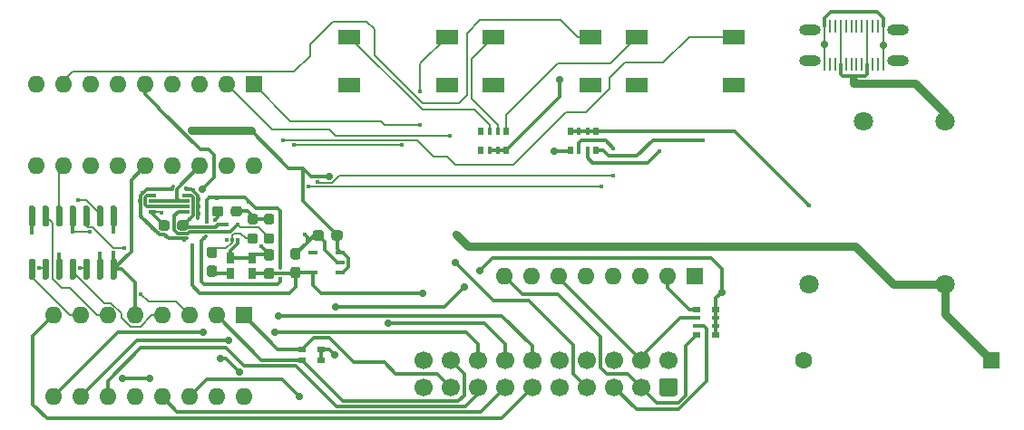
<source format=gtl>
G04 #@! TF.GenerationSoftware,KiCad,Pcbnew,(5.1.7)-1*
G04 #@! TF.CreationDate,2021-11-14T21:58:52-06:00*
G04 #@! TF.ProjectId,PIC-nixie,5049432d-6e69-4786-9965-2e6b69636164,rev?*
G04 #@! TF.SameCoordinates,Original*
G04 #@! TF.FileFunction,Copper,L1,Top*
G04 #@! TF.FilePolarity,Positive*
%FSLAX46Y46*%
G04 Gerber Fmt 4.6, Leading zero omitted, Abs format (unit mm)*
G04 Created by KiCad (PCBNEW (5.1.7)-1) date 2021-11-14 21:58:52*
%MOMM*%
%LPD*%
G01*
G04 APERTURE LIST*
G04 #@! TA.AperFunction,SMDPad,CuDef*
%ADD10R,0.500000X0.800000*%
G04 #@! TD*
G04 #@! TA.AperFunction,SMDPad,CuDef*
%ADD11R,0.400000X0.800000*%
G04 #@! TD*
G04 #@! TA.AperFunction,ComponentPad*
%ADD12R,1.600200X1.600200*%
G04 #@! TD*
G04 #@! TA.AperFunction,ComponentPad*
%ADD13C,1.600200*%
G04 #@! TD*
G04 #@! TA.AperFunction,SMDPad,CuDef*
%ADD14R,0.927100X0.431800*%
G04 #@! TD*
G04 #@! TA.AperFunction,ComponentPad*
%ADD15O,2.000000X1.000000*%
G04 #@! TD*
G04 #@! TA.AperFunction,SMDPad,CuDef*
%ADD16R,0.270000X1.300000*%
G04 #@! TD*
G04 #@! TA.AperFunction,ComponentPad*
%ADD17R,1.600000X1.600000*%
G04 #@! TD*
G04 #@! TA.AperFunction,ComponentPad*
%ADD18O,1.600000X1.600000*%
G04 #@! TD*
G04 #@! TA.AperFunction,ComponentPad*
%ADD19C,1.700000*%
G04 #@! TD*
G04 #@! TA.AperFunction,SMDPad,CuDef*
%ADD20R,0.800000X0.300000*%
G04 #@! TD*
G04 #@! TA.AperFunction,SMDPad,CuDef*
%ADD21R,0.300000X0.450000*%
G04 #@! TD*
G04 #@! TA.AperFunction,SMDPad,CuDef*
%ADD22R,0.800000X1.000000*%
G04 #@! TD*
G04 #@! TA.AperFunction,SMDPad,CuDef*
%ADD23R,2.100000X1.400000*%
G04 #@! TD*
G04 #@! TA.AperFunction,SMDPad,CuDef*
%ADD24R,0.800000X0.500000*%
G04 #@! TD*
G04 #@! TA.AperFunction,SMDPad,CuDef*
%ADD25R,0.800000X0.400000*%
G04 #@! TD*
G04 #@! TA.AperFunction,ComponentPad*
%ADD26C,1.800000*%
G04 #@! TD*
G04 #@! TA.AperFunction,ViaPad*
%ADD27C,0.400000*%
G04 #@! TD*
G04 #@! TA.AperFunction,ViaPad*
%ADD28C,0.700000*%
G04 #@! TD*
G04 #@! TA.AperFunction,Conductor*
%ADD29C,0.300000*%
G04 #@! TD*
G04 #@! TA.AperFunction,Conductor*
%ADD30C,0.150000*%
G04 #@! TD*
G04 #@! TA.AperFunction,Conductor*
%ADD31C,0.750000*%
G04 #@! TD*
G04 APERTURE END LIST*
D10*
X152280000Y-96540000D03*
D11*
X153080000Y-96540000D03*
D10*
X154680000Y-96540000D03*
D11*
X153880000Y-96540000D03*
D10*
X152280000Y-98340000D03*
D11*
X153880000Y-98340000D03*
X153080000Y-98340000D03*
D10*
X154680000Y-98340000D03*
D12*
X191580000Y-117966000D03*
D13*
X174080000Y-117966000D03*
D14*
X128210950Y-109800001D03*
X128210950Y-107899999D03*
X130789050Y-107899999D03*
X130789050Y-108850000D03*
X130789050Y-109800001D03*
D15*
X174650000Y-87064000D03*
X182850000Y-87064000D03*
X174650000Y-90004000D03*
X182850000Y-90004000D03*
D16*
X178500000Y-86784000D03*
X178000000Y-86784000D03*
X177500000Y-86784000D03*
X177000000Y-86784000D03*
X176500000Y-86784000D03*
X176000000Y-86784000D03*
X181500000Y-86784000D03*
X181000000Y-86784000D03*
X180500000Y-86784000D03*
X180000000Y-86784000D03*
X179500000Y-86784000D03*
X179000000Y-86784000D03*
X176000000Y-90284000D03*
X176500000Y-90284000D03*
X177000000Y-90284000D03*
X177500000Y-90284000D03*
X178000000Y-90284000D03*
X178500000Y-90284000D03*
X179000000Y-90284000D03*
X180000000Y-90284000D03*
X179500000Y-90284000D03*
X180500000Y-90284000D03*
X181000000Y-90284000D03*
X181500000Y-90284000D03*
D17*
X121800000Y-113775000D03*
D18*
X104020000Y-121395000D03*
X119260000Y-113775000D03*
X106560000Y-121395000D03*
X116720000Y-113775000D03*
X109100000Y-121395000D03*
X114180000Y-113775000D03*
X111640000Y-121395000D03*
X111640000Y-113775000D03*
X114180000Y-121395000D03*
X109100000Y-113775000D03*
X116720000Y-121395000D03*
X106560000Y-113775000D03*
X119260000Y-121395000D03*
X104020000Y-113775000D03*
X121800000Y-121395000D03*
G04 #@! TA.AperFunction,ComponentPad*
G36*
G01*
X162030000Y-121350000D02*
X160830000Y-121350000D01*
G75*
G02*
X160580000Y-121100000I0J250000D01*
G01*
X160580000Y-119900000D01*
G75*
G02*
X160830000Y-119650000I250000J0D01*
G01*
X162030000Y-119650000D01*
G75*
G02*
X162280000Y-119900000I0J-250000D01*
G01*
X162280000Y-121100000D01*
G75*
G02*
X162030000Y-121350000I-250000J0D01*
G01*
G37*
G04 #@! TD.AperFunction*
D19*
X158890000Y-120500000D03*
X156350000Y-120500000D03*
X153810000Y-120500000D03*
X151270000Y-120500000D03*
X148730000Y-120500000D03*
X146190000Y-120500000D03*
X143650000Y-120500000D03*
X141110000Y-120500000D03*
X138570000Y-120500000D03*
X161430000Y-117960000D03*
X158890000Y-117960000D03*
X156350000Y-117960000D03*
X153810000Y-117960000D03*
X151270000Y-117960000D03*
X148730000Y-117960000D03*
X146190000Y-117960000D03*
X143650000Y-117960000D03*
X141110000Y-117960000D03*
X138570000Y-117960000D03*
D20*
X113275000Y-102595000D03*
X113275000Y-103095000D03*
X113275000Y-103595000D03*
X113275000Y-104095000D03*
X116375000Y-104095000D03*
X116375000Y-103595000D03*
X116375000Y-103095000D03*
X116375000Y-102595000D03*
D21*
X121200000Y-105321000D03*
X120700000Y-106721000D03*
X120200000Y-105321000D03*
X121200000Y-106721000D03*
X120200000Y-106721000D03*
D22*
X122615000Y-108439000D03*
X120515000Y-108439000D03*
X120515000Y-109839000D03*
X122615000Y-109839000D03*
G04 #@! TA.AperFunction,SMDPad,CuDef*
G36*
G01*
X122868500Y-107086500D02*
X122393500Y-107086500D01*
G75*
G02*
X122156000Y-106849000I0J237500D01*
G01*
X122156000Y-106349000D01*
G75*
G02*
X122393500Y-106111500I237500J0D01*
G01*
X122868500Y-106111500D01*
G75*
G02*
X123106000Y-106349000I0J-237500D01*
G01*
X123106000Y-106849000D01*
G75*
G02*
X122868500Y-107086500I-237500J0D01*
G01*
G37*
G04 #@! TD.AperFunction*
G04 #@! TA.AperFunction,SMDPad,CuDef*
G36*
G01*
X122868500Y-105261500D02*
X122393500Y-105261500D01*
G75*
G02*
X122156000Y-105024000I0J237500D01*
G01*
X122156000Y-104524000D01*
G75*
G02*
X122393500Y-104286500I237500J0D01*
G01*
X122868500Y-104286500D01*
G75*
G02*
X123106000Y-104524000I0J-237500D01*
G01*
X123106000Y-105024000D01*
G75*
G02*
X122868500Y-105261500I-237500J0D01*
G01*
G37*
G04 #@! TD.AperFunction*
G04 #@! TA.AperFunction,SMDPad,CuDef*
G36*
G01*
X124392500Y-107086500D02*
X123917500Y-107086500D01*
G75*
G02*
X123680000Y-106849000I0J237500D01*
G01*
X123680000Y-106349000D01*
G75*
G02*
X123917500Y-106111500I237500J0D01*
G01*
X124392500Y-106111500D01*
G75*
G02*
X124630000Y-106349000I0J-237500D01*
G01*
X124630000Y-106849000D01*
G75*
G02*
X124392500Y-107086500I-237500J0D01*
G01*
G37*
G04 #@! TD.AperFunction*
G04 #@! TA.AperFunction,SMDPad,CuDef*
G36*
G01*
X124392500Y-105261500D02*
X123917500Y-105261500D01*
G75*
G02*
X123680000Y-105024000I0J237500D01*
G01*
X123680000Y-104524000D01*
G75*
G02*
X123917500Y-104286500I237500J0D01*
G01*
X124392500Y-104286500D01*
G75*
G02*
X124630000Y-104524000I0J-237500D01*
G01*
X124630000Y-105024000D01*
G75*
G02*
X124392500Y-105261500I-237500J0D01*
G01*
G37*
G04 #@! TD.AperFunction*
G04 #@! TA.AperFunction,SMDPad,CuDef*
G36*
G01*
X114868000Y-105143500D02*
X114868000Y-105618500D01*
G75*
G02*
X114630500Y-105856000I-237500J0D01*
G01*
X114055500Y-105856000D01*
G75*
G02*
X113818000Y-105618500I0J237500D01*
G01*
X113818000Y-105143500D01*
G75*
G02*
X114055500Y-104906000I237500J0D01*
G01*
X114630500Y-104906000D01*
G75*
G02*
X114868000Y-105143500I0J-237500D01*
G01*
G37*
G04 #@! TD.AperFunction*
G04 #@! TA.AperFunction,SMDPad,CuDef*
G36*
G01*
X116618000Y-105143500D02*
X116618000Y-105618500D01*
G75*
G02*
X116380500Y-105856000I-237500J0D01*
G01*
X115805500Y-105856000D01*
G75*
G02*
X115568000Y-105618500I0J237500D01*
G01*
X115568000Y-105143500D01*
G75*
G02*
X115805500Y-104906000I237500J0D01*
G01*
X116380500Y-104906000D01*
G75*
G02*
X116618000Y-105143500I0J-237500D01*
G01*
G37*
G04 #@! TD.AperFunction*
G04 #@! TA.AperFunction,SMDPad,CuDef*
G36*
G01*
X124392500Y-110398000D02*
X123917500Y-110398000D01*
G75*
G02*
X123680000Y-110160500I0J237500D01*
G01*
X123680000Y-109585500D01*
G75*
G02*
X123917500Y-109348000I237500J0D01*
G01*
X124392500Y-109348000D01*
G75*
G02*
X124630000Y-109585500I0J-237500D01*
G01*
X124630000Y-110160500D01*
G75*
G02*
X124392500Y-110398000I-237500J0D01*
G01*
G37*
G04 #@! TD.AperFunction*
G04 #@! TA.AperFunction,SMDPad,CuDef*
G36*
G01*
X124392500Y-108648000D02*
X123917500Y-108648000D01*
G75*
G02*
X123680000Y-108410500I0J237500D01*
G01*
X123680000Y-107835500D01*
G75*
G02*
X123917500Y-107598000I237500J0D01*
G01*
X124392500Y-107598000D01*
G75*
G02*
X124630000Y-107835500I0J-237500D01*
G01*
X124630000Y-108410500D01*
G75*
G02*
X124392500Y-108648000I-237500J0D01*
G01*
G37*
G04 #@! TD.AperFunction*
G04 #@! TA.AperFunction,SMDPad,CuDef*
G36*
G01*
X118832000Y-104296500D02*
X118832000Y-103821500D01*
G75*
G02*
X119069500Y-103584000I237500J0D01*
G01*
X119644500Y-103584000D01*
G75*
G02*
X119882000Y-103821500I0J-237500D01*
G01*
X119882000Y-104296500D01*
G75*
G02*
X119644500Y-104534000I-237500J0D01*
G01*
X119069500Y-104534000D01*
G75*
G02*
X118832000Y-104296500I0J237500D01*
G01*
G37*
G04 #@! TD.AperFunction*
G04 #@! TA.AperFunction,SMDPad,CuDef*
G36*
G01*
X120582000Y-104296500D02*
X120582000Y-103821500D01*
G75*
G02*
X120819500Y-103584000I237500J0D01*
G01*
X121394500Y-103584000D01*
G75*
G02*
X121632000Y-103821500I0J-237500D01*
G01*
X121632000Y-104296500D01*
G75*
G02*
X121394500Y-104534000I-237500J0D01*
G01*
X120819500Y-104534000D01*
G75*
G02*
X120582000Y-104296500I0J237500D01*
G01*
G37*
G04 #@! TD.AperFunction*
G04 #@! TA.AperFunction,SMDPad,CuDef*
G36*
G01*
X119058500Y-110172000D02*
X118583500Y-110172000D01*
G75*
G02*
X118346000Y-109934500I0J237500D01*
G01*
X118346000Y-109359500D01*
G75*
G02*
X118583500Y-109122000I237500J0D01*
G01*
X119058500Y-109122000D01*
G75*
G02*
X119296000Y-109359500I0J-237500D01*
G01*
X119296000Y-109934500D01*
G75*
G02*
X119058500Y-110172000I-237500J0D01*
G01*
G37*
G04 #@! TD.AperFunction*
G04 #@! TA.AperFunction,SMDPad,CuDef*
G36*
G01*
X119058500Y-108422000D02*
X118583500Y-108422000D01*
G75*
G02*
X118346000Y-108184500I0J237500D01*
G01*
X118346000Y-107609500D01*
G75*
G02*
X118583500Y-107372000I237500J0D01*
G01*
X119058500Y-107372000D01*
G75*
G02*
X119296000Y-107609500I0J-237500D01*
G01*
X119296000Y-108184500D01*
G75*
G02*
X119058500Y-108422000I-237500J0D01*
G01*
G37*
G04 #@! TD.AperFunction*
G04 #@! TA.AperFunction,SMDPad,CuDef*
G36*
G01*
X109485000Y-108488000D02*
X109785000Y-108488000D01*
G75*
G02*
X109935000Y-108638000I0J-150000D01*
G01*
X109935000Y-110288000D01*
G75*
G02*
X109785000Y-110438000I-150000J0D01*
G01*
X109485000Y-110438000D01*
G75*
G02*
X109335000Y-110288000I0J150000D01*
G01*
X109335000Y-108638000D01*
G75*
G02*
X109485000Y-108488000I150000J0D01*
G01*
G37*
G04 #@! TD.AperFunction*
G04 #@! TA.AperFunction,SMDPad,CuDef*
G36*
G01*
X108215000Y-108488000D02*
X108515000Y-108488000D01*
G75*
G02*
X108665000Y-108638000I0J-150000D01*
G01*
X108665000Y-110288000D01*
G75*
G02*
X108515000Y-110438000I-150000J0D01*
G01*
X108215000Y-110438000D01*
G75*
G02*
X108065000Y-110288000I0J150000D01*
G01*
X108065000Y-108638000D01*
G75*
G02*
X108215000Y-108488000I150000J0D01*
G01*
G37*
G04 #@! TD.AperFunction*
G04 #@! TA.AperFunction,SMDPad,CuDef*
G36*
G01*
X106945000Y-108488000D02*
X107245000Y-108488000D01*
G75*
G02*
X107395000Y-108638000I0J-150000D01*
G01*
X107395000Y-110288000D01*
G75*
G02*
X107245000Y-110438000I-150000J0D01*
G01*
X106945000Y-110438000D01*
G75*
G02*
X106795000Y-110288000I0J150000D01*
G01*
X106795000Y-108638000D01*
G75*
G02*
X106945000Y-108488000I150000J0D01*
G01*
G37*
G04 #@! TD.AperFunction*
G04 #@! TA.AperFunction,SMDPad,CuDef*
G36*
G01*
X105675000Y-108488000D02*
X105975000Y-108488000D01*
G75*
G02*
X106125000Y-108638000I0J-150000D01*
G01*
X106125000Y-110288000D01*
G75*
G02*
X105975000Y-110438000I-150000J0D01*
G01*
X105675000Y-110438000D01*
G75*
G02*
X105525000Y-110288000I0J150000D01*
G01*
X105525000Y-108638000D01*
G75*
G02*
X105675000Y-108488000I150000J0D01*
G01*
G37*
G04 #@! TD.AperFunction*
G04 #@! TA.AperFunction,SMDPad,CuDef*
G36*
G01*
X104405000Y-108488000D02*
X104705000Y-108488000D01*
G75*
G02*
X104855000Y-108638000I0J-150000D01*
G01*
X104855000Y-110288000D01*
G75*
G02*
X104705000Y-110438000I-150000J0D01*
G01*
X104405000Y-110438000D01*
G75*
G02*
X104255000Y-110288000I0J150000D01*
G01*
X104255000Y-108638000D01*
G75*
G02*
X104405000Y-108488000I150000J0D01*
G01*
G37*
G04 #@! TD.AperFunction*
G04 #@! TA.AperFunction,SMDPad,CuDef*
G36*
G01*
X103135000Y-108488000D02*
X103435000Y-108488000D01*
G75*
G02*
X103585000Y-108638000I0J-150000D01*
G01*
X103585000Y-110288000D01*
G75*
G02*
X103435000Y-110438000I-150000J0D01*
G01*
X103135000Y-110438000D01*
G75*
G02*
X102985000Y-110288000I0J150000D01*
G01*
X102985000Y-108638000D01*
G75*
G02*
X103135000Y-108488000I150000J0D01*
G01*
G37*
G04 #@! TD.AperFunction*
G04 #@! TA.AperFunction,SMDPad,CuDef*
G36*
G01*
X101865000Y-108488000D02*
X102165000Y-108488000D01*
G75*
G02*
X102315000Y-108638000I0J-150000D01*
G01*
X102315000Y-110288000D01*
G75*
G02*
X102165000Y-110438000I-150000J0D01*
G01*
X101865000Y-110438000D01*
G75*
G02*
X101715000Y-110288000I0J150000D01*
G01*
X101715000Y-108638000D01*
G75*
G02*
X101865000Y-108488000I150000J0D01*
G01*
G37*
G04 #@! TD.AperFunction*
G04 #@! TA.AperFunction,SMDPad,CuDef*
G36*
G01*
X101865000Y-103538000D02*
X102165000Y-103538000D01*
G75*
G02*
X102315000Y-103688000I0J-150000D01*
G01*
X102315000Y-105338000D01*
G75*
G02*
X102165000Y-105488000I-150000J0D01*
G01*
X101865000Y-105488000D01*
G75*
G02*
X101715000Y-105338000I0J150000D01*
G01*
X101715000Y-103688000D01*
G75*
G02*
X101865000Y-103538000I150000J0D01*
G01*
G37*
G04 #@! TD.AperFunction*
G04 #@! TA.AperFunction,SMDPad,CuDef*
G36*
G01*
X103135000Y-103538000D02*
X103435000Y-103538000D01*
G75*
G02*
X103585000Y-103688000I0J-150000D01*
G01*
X103585000Y-105338000D01*
G75*
G02*
X103435000Y-105488000I-150000J0D01*
G01*
X103135000Y-105488000D01*
G75*
G02*
X102985000Y-105338000I0J150000D01*
G01*
X102985000Y-103688000D01*
G75*
G02*
X103135000Y-103538000I150000J0D01*
G01*
G37*
G04 #@! TD.AperFunction*
G04 #@! TA.AperFunction,SMDPad,CuDef*
G36*
G01*
X104405000Y-103538000D02*
X104705000Y-103538000D01*
G75*
G02*
X104855000Y-103688000I0J-150000D01*
G01*
X104855000Y-105338000D01*
G75*
G02*
X104705000Y-105488000I-150000J0D01*
G01*
X104405000Y-105488000D01*
G75*
G02*
X104255000Y-105338000I0J150000D01*
G01*
X104255000Y-103688000D01*
G75*
G02*
X104405000Y-103538000I150000J0D01*
G01*
G37*
G04 #@! TD.AperFunction*
G04 #@! TA.AperFunction,SMDPad,CuDef*
G36*
G01*
X105675000Y-103538000D02*
X105975000Y-103538000D01*
G75*
G02*
X106125000Y-103688000I0J-150000D01*
G01*
X106125000Y-105338000D01*
G75*
G02*
X105975000Y-105488000I-150000J0D01*
G01*
X105675000Y-105488000D01*
G75*
G02*
X105525000Y-105338000I0J150000D01*
G01*
X105525000Y-103688000D01*
G75*
G02*
X105675000Y-103538000I150000J0D01*
G01*
G37*
G04 #@! TD.AperFunction*
G04 #@! TA.AperFunction,SMDPad,CuDef*
G36*
G01*
X106945000Y-103538000D02*
X107245000Y-103538000D01*
G75*
G02*
X107395000Y-103688000I0J-150000D01*
G01*
X107395000Y-105338000D01*
G75*
G02*
X107245000Y-105488000I-150000J0D01*
G01*
X106945000Y-105488000D01*
G75*
G02*
X106795000Y-105338000I0J150000D01*
G01*
X106795000Y-103688000D01*
G75*
G02*
X106945000Y-103538000I150000J0D01*
G01*
G37*
G04 #@! TD.AperFunction*
G04 #@! TA.AperFunction,SMDPad,CuDef*
G36*
G01*
X108215000Y-103538000D02*
X108515000Y-103538000D01*
G75*
G02*
X108665000Y-103688000I0J-150000D01*
G01*
X108665000Y-105338000D01*
G75*
G02*
X108515000Y-105488000I-150000J0D01*
G01*
X108215000Y-105488000D01*
G75*
G02*
X108065000Y-105338000I0J150000D01*
G01*
X108065000Y-103688000D01*
G75*
G02*
X108215000Y-103538000I150000J0D01*
G01*
G37*
G04 #@! TD.AperFunction*
G04 #@! TA.AperFunction,SMDPad,CuDef*
G36*
G01*
X109485000Y-103538000D02*
X109785000Y-103538000D01*
G75*
G02*
X109935000Y-103688000I0J-150000D01*
G01*
X109935000Y-105338000D01*
G75*
G02*
X109785000Y-105488000I-150000J0D01*
G01*
X109485000Y-105488000D01*
G75*
G02*
X109335000Y-105338000I0J150000D01*
G01*
X109335000Y-103688000D01*
G75*
G02*
X109485000Y-103538000I150000J0D01*
G01*
G37*
G04 #@! TD.AperFunction*
D18*
X122775000Y-99820000D03*
X102455000Y-92200000D03*
X120235000Y-99820000D03*
X104995000Y-92200000D03*
X117695000Y-99820000D03*
X107535000Y-92200000D03*
X115155000Y-99820000D03*
X110075000Y-92200000D03*
X112615000Y-99820000D03*
X112615000Y-92200000D03*
X110075000Y-99820000D03*
X115155000Y-92200000D03*
X107535000Y-99820000D03*
X117695000Y-92200000D03*
X104995000Y-99820000D03*
X120235000Y-92200000D03*
X102455000Y-99820000D03*
D17*
X122775000Y-92200000D03*
D23*
X131652000Y-87750000D03*
X140752000Y-87750000D03*
X131652000Y-92250000D03*
X140752000Y-92250000D03*
X145092000Y-87750000D03*
X154192000Y-87750000D03*
X145092000Y-92250000D03*
X154192000Y-92250000D03*
X158450000Y-87750000D03*
X167550000Y-87750000D03*
X158450000Y-92250000D03*
X167550000Y-92250000D03*
D17*
X163888000Y-110092000D03*
D18*
X161348000Y-110092000D03*
X158808000Y-110092000D03*
X156268000Y-110092000D03*
X153728000Y-110092000D03*
X151188000Y-110092000D03*
X148648000Y-110092000D03*
X146108000Y-110092000D03*
D24*
X165874000Y-115610000D03*
D25*
X165874000Y-114010000D03*
X165874000Y-114810000D03*
D24*
X165874000Y-113210000D03*
D25*
X164074000Y-114810000D03*
D24*
X164074000Y-115610000D03*
D25*
X164074000Y-114010000D03*
D24*
X164074000Y-113210000D03*
X129025000Y-117950000D03*
X129025000Y-116950000D03*
X127225000Y-116950000D03*
X127225000Y-117950000D03*
D10*
X146320000Y-96550000D03*
D11*
X144720000Y-96550000D03*
X145520000Y-96550000D03*
D10*
X143920000Y-96550000D03*
D11*
X145520000Y-98350000D03*
D10*
X146320000Y-98350000D03*
D11*
X144720000Y-98350000D03*
D10*
X143920000Y-98350000D03*
D26*
X187256000Y-95614000D03*
X179636000Y-95614000D03*
X187256000Y-110854000D03*
X174556000Y-110854000D03*
G04 #@! TA.AperFunction,SMDPad,CuDef*
G36*
G01*
X126862500Y-108550000D02*
X126387500Y-108550000D01*
G75*
G02*
X126150000Y-108312500I0J237500D01*
G01*
X126150000Y-107737500D01*
G75*
G02*
X126387500Y-107500000I237500J0D01*
G01*
X126862500Y-107500000D01*
G75*
G02*
X127100000Y-107737500I0J-237500D01*
G01*
X127100000Y-108312500D01*
G75*
G02*
X126862500Y-108550000I-237500J0D01*
G01*
G37*
G04 #@! TD.AperFunction*
G04 #@! TA.AperFunction,SMDPad,CuDef*
G36*
G01*
X126862500Y-110300000D02*
X126387500Y-110300000D01*
G75*
G02*
X126150000Y-110062500I0J237500D01*
G01*
X126150000Y-109487500D01*
G75*
G02*
X126387500Y-109250000I237500J0D01*
G01*
X126862500Y-109250000D01*
G75*
G02*
X127100000Y-109487500I0J-237500D01*
G01*
X127100000Y-110062500D01*
G75*
G02*
X126862500Y-110300000I-237500J0D01*
G01*
G37*
G04 #@! TD.AperFunction*
G04 #@! TA.AperFunction,SMDPad,CuDef*
G36*
G01*
X129275000Y-106062500D02*
X129275000Y-106537500D01*
G75*
G02*
X129037500Y-106775000I-237500J0D01*
G01*
X128462500Y-106775000D01*
G75*
G02*
X128225000Y-106537500I0J237500D01*
G01*
X128225000Y-106062500D01*
G75*
G02*
X128462500Y-105825000I237500J0D01*
G01*
X129037500Y-105825000D01*
G75*
G02*
X129275000Y-106062500I0J-237500D01*
G01*
G37*
G04 #@! TD.AperFunction*
G04 #@! TA.AperFunction,SMDPad,CuDef*
G36*
G01*
X131025000Y-106062500D02*
X131025000Y-106537500D01*
G75*
G02*
X130787500Y-106775000I-237500J0D01*
G01*
X130212500Y-106775000D01*
G75*
G02*
X129975000Y-106537500I0J237500D01*
G01*
X129975000Y-106062500D01*
G75*
G02*
X130212500Y-105825000I237500J0D01*
G01*
X130787500Y-105825000D01*
G75*
G02*
X131025000Y-106062500I0J-237500D01*
G01*
G37*
G04 #@! TD.AperFunction*
D27*
X122967000Y-103789000D03*
X122267000Y-103189000D03*
X114800000Y-101989000D03*
X113767000Y-101989000D03*
X112967000Y-101989000D03*
X112300000Y-102289000D03*
X112067000Y-103089000D03*
X112167000Y-103889000D03*
X112267000Y-104589000D03*
X112767000Y-105089000D03*
X113267000Y-105589000D03*
X113767000Y-106089000D03*
X114567000Y-106389000D03*
X115267000Y-106589000D03*
X116200000Y-106700000D03*
X117567000Y-104289000D03*
X117567000Y-103589000D03*
X117567000Y-102889000D03*
X117100000Y-102100000D03*
X116367000Y-101889000D03*
X104550000Y-108075000D03*
X105825000Y-105950000D03*
X102000000Y-106025000D03*
X114150000Y-104200000D03*
X123393000Y-107361000D03*
X119065000Y-104895000D03*
X118567000Y-102789000D03*
X125171000Y-104567000D03*
X125171000Y-105329000D03*
X118313000Y-105075000D03*
X118059000Y-106599000D03*
X125171000Y-110409000D03*
X117805000Y-107361000D03*
X117805000Y-108885000D03*
X120091000Y-102789000D03*
X121869000Y-110917000D03*
X125171000Y-106091000D03*
X122631000Y-110917000D03*
X117805000Y-108123000D03*
X120345000Y-110917000D03*
X125171000Y-108377000D03*
X121615000Y-102789000D03*
X118313000Y-104313000D03*
X119583000Y-110917000D03*
X121107000Y-110917000D03*
X120853000Y-102789000D03*
X124663000Y-103805000D03*
X123393000Y-110917000D03*
X125171000Y-107615000D03*
X118821000Y-110917000D03*
X124155000Y-110917000D03*
X123901000Y-103805000D03*
X117805000Y-110409000D03*
X125171000Y-106853000D03*
X117805000Y-109647000D03*
X118313000Y-103551000D03*
X125171000Y-109139000D03*
X119288000Y-102800000D03*
D28*
X117900000Y-102000000D03*
D27*
X109650000Y-106000000D03*
X127500000Y-106250000D03*
D28*
X181500000Y-88490000D03*
X175980000Y-88450000D03*
D27*
X108350000Y-108000000D03*
X107461000Y-105937000D03*
D28*
X129800000Y-100800000D03*
X116900000Y-96500000D03*
D27*
X109625000Y-107925000D03*
D28*
X178746000Y-91704000D03*
X122500000Y-96500000D03*
X151304000Y-91704000D03*
X141600000Y-106200000D03*
D27*
X174556000Y-103488000D03*
D28*
X164142000Y-107298000D03*
X158554000Y-107298000D03*
X153982000Y-107298000D03*
X148648000Y-107298000D03*
X121400000Y-119100000D03*
X110500000Y-119700000D03*
X113000000Y-119700000D03*
X119600000Y-117800000D03*
X130300000Y-117500000D03*
X130400000Y-113000000D03*
X143800000Y-109600000D03*
X142400000Y-111100000D03*
X166428000Y-111616000D03*
X120400000Y-116100000D03*
X124700000Y-115400000D03*
X135300000Y-114500000D03*
X127000000Y-121400000D03*
X118000000Y-115400000D03*
X125000000Y-113800000D03*
X141536000Y-108822000D03*
D27*
X164650000Y-97392000D03*
X160586000Y-98408000D03*
X156268000Y-98154000D03*
D28*
X150730000Y-98410000D03*
D27*
X127794600Y-101715800D03*
X155212100Y-101715800D03*
X128701200Y-101313300D03*
X156232600Y-100695200D03*
X138213600Y-95986900D03*
X141052600Y-96982200D03*
X138280000Y-92830000D03*
X136543700Y-97869600D03*
X126469600Y-97869600D03*
X125441600Y-97453700D03*
X106460000Y-109360200D03*
X102650000Y-109360200D03*
X106303900Y-103009500D03*
X110600000Y-107500000D03*
X112200000Y-111800000D03*
X116750000Y-104750000D03*
X117000000Y-107250000D03*
D28*
X138500000Y-111750000D03*
D29*
X116500000Y-106600000D02*
X114900000Y-106600000D01*
X114900000Y-106600000D02*
X114800000Y-106600000D01*
X114800000Y-106600000D02*
X114400000Y-106200000D01*
X113909370Y-106200000D02*
X112200000Y-104490630D01*
X114400000Y-106200000D02*
X113909370Y-106200000D01*
X112200000Y-104490630D02*
X112200000Y-103700000D01*
X112200000Y-103672483D02*
X112170990Y-103643473D01*
X112200000Y-103700000D02*
X112200000Y-103672483D01*
X112170990Y-102545737D02*
X112716727Y-102000000D01*
X112170990Y-103643473D02*
X112170990Y-102545737D01*
X115097990Y-102000000D02*
X115097990Y-101813127D01*
X112716727Y-102000000D02*
X115097990Y-102000000D01*
X115097990Y-101813127D02*
X115205558Y-101705559D01*
X117479010Y-102545737D02*
X117479010Y-104726952D01*
X116933273Y-102000000D02*
X117479010Y-102545737D01*
X116400000Y-102000000D02*
X116933273Y-102000000D01*
D30*
X126596000Y-107996000D02*
X126625000Y-108025000D01*
D29*
X125171000Y-107996000D02*
X125171000Y-108377000D01*
X125171000Y-107615000D02*
X125171000Y-107996000D01*
X104555000Y-108251900D02*
X104555000Y-108080000D01*
X104555000Y-108080000D02*
X104550000Y-108075000D01*
X104555000Y-109463000D02*
X104555000Y-108251900D01*
X118567000Y-102789000D02*
X118313000Y-103043000D01*
X118313000Y-103043000D02*
X118313000Y-103551000D01*
X120091000Y-102789000D02*
X118567000Y-102789000D01*
X117805000Y-107361000D02*
X117805000Y-106853000D01*
X117805000Y-106853000D02*
X118059000Y-106599000D01*
X117805000Y-108123000D02*
X117805000Y-107361000D01*
X117805000Y-108885000D02*
X117805000Y-108123000D01*
X117805000Y-109647000D02*
X117805000Y-108885000D01*
X120853000Y-102789000D02*
X120091000Y-102789000D01*
X123139000Y-103805000D02*
X123901000Y-103805000D01*
X122631000Y-103551000D02*
X122885000Y-103805000D01*
X122885000Y-103805000D02*
X123139000Y-103805000D01*
X121869000Y-110917000D02*
X122631000Y-110917000D01*
X121107000Y-110917000D02*
X121869000Y-110917000D01*
X125171000Y-106091000D02*
X125171000Y-106853000D01*
X125171000Y-105329000D02*
X125171000Y-106091000D01*
X122631000Y-110917000D02*
X123393000Y-110917000D01*
X120345000Y-110917000D02*
X121107000Y-110917000D01*
X119583000Y-110917000D02*
X120345000Y-110917000D01*
X125171000Y-108377000D02*
X125171000Y-109139000D01*
X122123000Y-103043000D02*
X121869000Y-102789000D01*
X121869000Y-102789000D02*
X121615000Y-102789000D01*
X122631000Y-103551000D02*
X122123000Y-103043000D01*
X121615000Y-102789000D02*
X120853000Y-102789000D01*
X118313000Y-104313000D02*
X118313000Y-105075000D01*
X118313000Y-103551000D02*
X118313000Y-104313000D01*
X118821000Y-110917000D02*
X119583000Y-110917000D01*
X124663000Y-103805000D02*
X124917000Y-103805000D01*
X124917000Y-103805000D02*
X125171000Y-104059000D01*
X125171000Y-104059000D02*
X125171000Y-104567000D01*
X123901000Y-103805000D02*
X124663000Y-103805000D01*
X123393000Y-110917000D02*
X124155000Y-110917000D01*
X125171000Y-106853000D02*
X125171000Y-107615000D01*
X117805000Y-110409000D02*
X117805000Y-110663000D01*
X117805000Y-110663000D02*
X118059000Y-110917000D01*
X118059000Y-110917000D02*
X118821000Y-110917000D01*
X124155000Y-110917000D02*
X124917000Y-110917000D01*
X124917000Y-110917000D02*
X125171000Y-110663000D01*
X125171000Y-110663000D02*
X125171000Y-110409000D01*
X117805000Y-110409000D02*
X117805000Y-109647000D01*
X125171000Y-109139000D02*
X125171000Y-109393000D01*
X181500000Y-86784000D02*
X181500000Y-86000000D01*
X181500000Y-86000000D02*
X180908600Y-85409000D01*
X180908600Y-85409000D02*
X176591400Y-85409000D01*
X176591400Y-85409000D02*
X176000000Y-86000000D01*
X176000000Y-86000000D02*
X176000000Y-86784000D01*
X130789000Y-108850000D02*
X130541000Y-108850000D01*
X130541000Y-108850000D02*
X129375000Y-107683600D01*
X129375000Y-107683600D02*
X129375000Y-106925000D01*
X129375000Y-106925000D02*
X128750000Y-106300000D01*
X128750000Y-106300000D02*
X128350000Y-106300000D01*
X105825000Y-104513000D02*
X105825000Y-105950000D01*
X102000000Y-106025000D02*
X102000000Y-104528000D01*
X102000000Y-104528000D02*
X102015000Y-104513000D01*
D30*
X113275000Y-104095000D02*
X114045000Y-104095000D01*
X114045000Y-104095000D02*
X114150000Y-104200000D01*
D29*
X122615000Y-108439000D02*
X122615000Y-108393000D01*
X122615000Y-108393000D02*
X122885000Y-108123000D01*
X122885000Y-108123000D02*
X124155000Y-108123000D01*
X120515000Y-108439000D02*
X122615000Y-108439000D01*
X119357000Y-104059000D02*
X119357000Y-104603000D01*
X119357000Y-104603000D02*
X119065000Y-104895000D01*
X113275000Y-104095000D02*
X113275000Y-104313000D01*
X113275000Y-104313000D02*
X114343000Y-105381000D01*
X124155000Y-108123000D02*
X123393000Y-107361000D01*
X125171000Y-104567000D02*
X125171000Y-105329000D01*
X118059000Y-106599000D02*
X118252000Y-106406000D01*
X113883962Y-94415000D02*
X117768962Y-98300000D01*
X117768962Y-98300000D02*
X118500000Y-98300000D01*
X118500000Y-98300000D02*
X119000000Y-98800000D01*
X119000000Y-100900000D02*
X117900000Y-102000000D01*
X119000000Y-98800000D02*
X119000000Y-100900000D01*
X112615000Y-92200000D02*
X112615000Y-93115000D01*
X113883962Y-94383962D02*
X113883962Y-94415000D01*
X112615000Y-93115000D02*
X113883962Y-94383962D01*
X121200000Y-106721000D02*
X121200000Y-107100000D01*
X120515000Y-107785000D02*
X120515000Y-108439000D01*
X121200000Y-107100000D02*
X120515000Y-107785000D01*
X109635000Y-104513000D02*
X109635000Y-105985000D01*
X109635000Y-105985000D02*
X109650000Y-106000000D01*
D30*
X105838000Y-105937000D02*
X105825000Y-105950000D01*
D29*
X127700000Y-106450000D02*
X127500000Y-106250000D01*
X127700000Y-106950000D02*
X127700000Y-106450000D01*
X128350000Y-106300000D02*
X127700000Y-106950000D01*
X127700000Y-106950000D02*
X126625000Y-108025000D01*
X181500000Y-88610000D02*
X181500000Y-88490000D01*
D30*
X181500000Y-90284000D02*
X181500000Y-88610000D01*
X181500000Y-88610000D02*
X181500000Y-86784000D01*
D29*
X175990000Y-88460000D02*
X175980000Y-88450000D01*
X176000000Y-88460000D02*
X175990000Y-88460000D01*
D30*
X176000000Y-90284000D02*
X176000000Y-88460000D01*
X176000000Y-88460000D02*
X176000000Y-86784000D01*
D29*
X108365000Y-108015000D02*
X108350000Y-108000000D01*
X108365000Y-109463000D02*
X108365000Y-108015000D01*
D30*
X107461000Y-105937000D02*
X105838000Y-105937000D01*
D29*
X129800000Y-100800000D02*
X128100000Y-100800000D01*
X128100000Y-100800000D02*
X127300000Y-100000000D01*
X130500000Y-106300000D02*
X127300000Y-103100000D01*
X127300000Y-103100000D02*
X127300000Y-100000000D01*
X178856600Y-91416000D02*
X178556600Y-91416000D01*
X130500000Y-106300000D02*
X130500000Y-107610900D01*
X130500000Y-107610900D02*
X130789000Y-107900000D01*
X112615000Y-99820000D02*
X111275000Y-101160000D01*
X111275000Y-101160000D02*
X111275000Y-107823000D01*
X111275000Y-107823000D02*
X109635000Y-109463000D01*
X109635000Y-109463000D02*
X110363000Y-109463000D01*
X110363000Y-109463000D02*
X111640000Y-110740000D01*
X111640000Y-110740000D02*
X111640000Y-113775000D01*
D30*
X180000000Y-86784000D02*
X180000000Y-90284000D01*
X177500000Y-90284000D02*
X177500000Y-86784000D01*
D29*
X130789000Y-109800000D02*
X131017000Y-109800000D01*
X131017000Y-109800000D02*
X131530000Y-109287500D01*
X131530000Y-109287500D02*
X131530000Y-108412500D01*
X131530000Y-108412500D02*
X131017000Y-107900000D01*
X131017000Y-107900000D02*
X130789000Y-107900000D01*
X109625000Y-107925000D02*
X109625000Y-109453000D01*
X109625000Y-109453000D02*
X109635000Y-109463000D01*
D31*
X116900000Y-96500000D02*
X122500000Y-96500000D01*
D29*
X126000000Y-100000000D02*
X122500000Y-96500000D01*
X127300000Y-100000000D02*
X126000000Y-100000000D01*
X180000000Y-91234000D02*
X180000000Y-90284000D01*
X179818400Y-91416000D02*
X180000000Y-91234000D01*
X177500000Y-91234000D02*
X177682000Y-91416000D01*
X177500000Y-90284000D02*
X177500000Y-91234000D01*
X177682000Y-91416000D02*
X178746000Y-91416000D01*
X178746000Y-91416000D02*
X179818400Y-91416000D01*
D31*
X178746000Y-92076000D02*
X184426000Y-92076000D01*
X187256000Y-94906000D02*
X187256000Y-95614000D01*
X184426000Y-92076000D02*
X187256000Y-94906000D01*
X178746000Y-92076000D02*
X178746000Y-91704000D01*
D29*
X178746000Y-91416000D02*
X178746000Y-91704000D01*
X146320000Y-98350000D02*
X145520000Y-98350000D01*
X145520000Y-98350000D02*
X144720000Y-98350000D01*
X151304000Y-93366000D02*
X151304000Y-91704000D01*
X146320000Y-98350000D02*
X151304000Y-93366000D01*
D30*
X120700000Y-106959602D02*
X120159602Y-107500000D01*
X120700000Y-106721000D02*
X120700000Y-106959602D01*
X119218000Y-107500000D02*
X118821000Y-107897000D01*
X120159602Y-107500000D02*
X119218000Y-107500000D01*
X120700000Y-106297816D02*
X120700000Y-106721000D01*
X120897816Y-106100000D02*
X120700000Y-106297816D01*
X121500000Y-106100000D02*
X120897816Y-106100000D01*
X121999000Y-106599000D02*
X121500000Y-106100000D01*
X122631000Y-106599000D02*
X121999000Y-106599000D01*
D29*
X120515000Y-109839000D02*
X119013000Y-109839000D01*
X119013000Y-109839000D02*
X118821000Y-109647000D01*
X124155000Y-104774000D02*
X122631000Y-104774000D01*
X122631000Y-104774000D02*
X122631000Y-104567000D01*
X122631000Y-104567000D02*
X122123000Y-104059000D01*
X122123000Y-104059000D02*
X121107000Y-104059000D01*
D31*
X148648000Y-107298000D02*
X142698000Y-107298000D01*
X142698000Y-107298000D02*
X141600000Y-106200000D01*
X187256000Y-110854000D02*
X187256000Y-113642000D01*
X187256000Y-113642000D02*
X191580000Y-117966000D01*
D29*
X174461000Y-103488000D02*
X174556000Y-103488000D01*
X154682000Y-96552000D02*
X153882000Y-96552000D01*
X153882000Y-96552000D02*
X153082000Y-96552000D01*
D31*
X187256000Y-110854000D02*
X182430000Y-110854000D01*
X182430000Y-110854000D02*
X178874000Y-107298000D01*
X178874000Y-107298000D02*
X164142000Y-107298000D01*
X164142000Y-107298000D02*
X158554000Y-107298000D01*
X158554000Y-107298000D02*
X153982000Y-107298000D01*
X153982000Y-107298000D02*
X148648000Y-107298000D01*
D29*
X167620000Y-96552000D02*
X154682000Y-96552000D01*
X174556000Y-103488000D02*
X167620000Y-96552000D01*
X153080000Y-96540000D02*
X152280000Y-96540000D01*
X165874000Y-114810000D02*
X165874000Y-114010000D01*
X165874000Y-115610000D02*
X165874000Y-114810000D01*
X165874000Y-114010000D02*
X165874000Y-113210000D01*
X113000000Y-119700000D02*
X110500000Y-119700000D01*
X121400000Y-119100000D02*
X120100000Y-117800000D01*
X120100000Y-117800000D02*
X119600000Y-117800000D01*
X129025000Y-116950000D02*
X129750000Y-116950000D01*
X129750000Y-116950000D02*
X130300000Y-117500000D01*
X166428000Y-111616000D02*
X166428000Y-109428000D01*
X166428000Y-109428000D02*
X165400000Y-108400000D01*
X165400000Y-108400000D02*
X145000000Y-108400000D01*
X145000000Y-108400000D02*
X143800000Y-109600000D01*
X142400000Y-111100000D02*
X140500000Y-113000000D01*
X140500000Y-113000000D02*
X130400000Y-113000000D01*
X129025000Y-116950000D02*
X129025000Y-117950000D01*
X165874000Y-113210000D02*
X165874000Y-112170000D01*
X165874000Y-112170000D02*
X166428000Y-111616000D01*
X127225000Y-117950000D02*
X123435000Y-117950000D01*
X123435000Y-117950000D02*
X119260000Y-113775000D01*
X127225000Y-118025000D02*
X127225000Y-117950000D01*
X141830000Y-121810000D02*
X131010000Y-121810000D01*
X131010000Y-121810000D02*
X127225000Y-118025000D01*
X142370000Y-121270000D02*
X141830000Y-121810000D01*
X142370000Y-119220000D02*
X142370000Y-121270000D01*
X141110000Y-117960000D02*
X142370000Y-119220000D01*
X120400000Y-116100000D02*
X111855000Y-116100000D01*
X111855000Y-116100000D02*
X106560000Y-121395000D01*
X142130000Y-115400000D02*
X124700000Y-115400000D01*
X143650000Y-117960000D02*
X143650000Y-116500000D01*
X142550000Y-115400000D02*
X142130000Y-115400000D01*
X143650000Y-116500000D02*
X142550000Y-115400000D01*
X135300000Y-114500000D02*
X143770000Y-114500000D01*
X116720000Y-121395000D02*
X118315000Y-119800000D01*
X118315000Y-119800000D02*
X125400000Y-119800000D01*
X125400000Y-119800000D02*
X127000000Y-121400000D01*
X146190000Y-117960000D02*
X146190000Y-116470000D01*
X144220000Y-114500000D02*
X143770000Y-114500000D01*
X146190000Y-116470000D02*
X144220000Y-114500000D01*
X118000000Y-115400000D02*
X110015000Y-115400000D01*
X110015000Y-115400000D02*
X104020000Y-121395000D01*
X145610000Y-113800000D02*
X125000000Y-113800000D01*
X148730000Y-117960000D02*
X148730000Y-116640000D01*
X145890000Y-113800000D02*
X145610000Y-113800000D01*
X148730000Y-116640000D02*
X145890000Y-113800000D01*
X161348000Y-111184000D02*
X161348000Y-110092000D01*
X163374000Y-113210000D02*
X161348000Y-111184000D01*
X164074000Y-113210000D02*
X163374000Y-113210000D01*
X151188000Y-110258000D02*
X151188000Y-110092000D01*
X158890000Y-117960000D02*
X151188000Y-110258000D01*
X158890000Y-117689863D02*
X158890000Y-117960000D01*
X162569863Y-114010000D02*
X158890000Y-117689863D01*
X164074000Y-114010000D02*
X162569863Y-114010000D01*
X132100000Y-118200000D02*
X129750000Y-115850000D01*
X129750000Y-115850000D02*
X128325000Y-115850000D01*
X128325000Y-115850000D02*
X127225000Y-116950000D01*
X127225000Y-116950000D02*
X124975000Y-116950000D01*
X124975000Y-116950000D02*
X121800000Y-113775000D01*
X132100000Y-118200000D02*
X134950000Y-118200000D01*
X134950000Y-118200000D02*
X135980000Y-119230000D01*
X139840000Y-119230000D02*
X141110000Y-120500000D01*
X135980000Y-119230000D02*
X139840000Y-119230000D01*
X109100000Y-121395000D02*
X109100000Y-119900000D01*
X109100000Y-119900000D02*
X112200000Y-116800000D01*
X112200000Y-116800000D02*
X120100000Y-116800000D01*
X120100000Y-116800000D02*
X121800000Y-118500000D01*
X121800000Y-118500000D02*
X126660000Y-118500000D01*
X126660000Y-118500000D02*
X130470000Y-122310000D01*
X130470000Y-122310000D02*
X142460000Y-122310000D01*
X143650000Y-121120000D02*
X143650000Y-120500000D01*
X142460000Y-122310000D02*
X143650000Y-121120000D01*
X115585000Y-122800000D02*
X114180000Y-121395000D01*
X143890000Y-122800000D02*
X115585000Y-122800000D01*
X146190000Y-120500000D02*
X143890000Y-122800000D01*
X102100000Y-115695000D02*
X104020000Y-113775000D01*
X102100000Y-122100000D02*
X102100000Y-115695000D01*
X103400000Y-123400000D02*
X102100000Y-122100000D01*
X145830000Y-123400000D02*
X103400000Y-123400000D01*
X148730000Y-120500000D02*
X145830000Y-123400000D01*
X148396000Y-112378000D02*
X145092000Y-112378000D01*
X145092000Y-112378000D02*
X141536000Y-108822000D01*
X153810000Y-120500000D02*
X152530000Y-119220000D01*
X152530000Y-119220000D02*
X152530000Y-116512000D01*
X152530000Y-116512000D02*
X152459000Y-116441000D01*
X152459000Y-116441000D02*
X148396000Y-112378000D01*
X156350000Y-120500000D02*
X158440000Y-122590000D01*
X162353883Y-122590000D02*
X164990000Y-119953883D01*
X158440000Y-122590000D02*
X162353883Y-122590000D01*
X164990000Y-115026000D02*
X164774000Y-114810000D01*
X164774000Y-114810000D02*
X164074000Y-114810000D01*
X164990000Y-119953883D02*
X164990000Y-115026000D01*
X147816000Y-111800000D02*
X146108000Y-110092000D01*
X151100000Y-111800000D02*
X147816000Y-111800000D01*
X155100000Y-115800000D02*
X151100000Y-111800000D01*
X155100000Y-118630000D02*
X155100000Y-115800000D01*
X155690000Y-119220000D02*
X155100000Y-118630000D01*
X157610000Y-119220000D02*
X155690000Y-119220000D01*
X158890000Y-120500000D02*
X157610000Y-119220000D01*
X158890000Y-120500000D02*
X160330000Y-121940000D01*
X160330000Y-121940000D02*
X162400000Y-121940000D01*
X162400000Y-121940000D02*
X163020000Y-121320000D01*
X163020000Y-116664000D02*
X164074000Y-115610000D01*
X163020000Y-121320000D02*
X163020000Y-116664000D01*
X154682000Y-98352000D02*
X155302000Y-98352000D01*
X155302000Y-98352000D02*
X155830000Y-98880000D01*
X155830000Y-98880000D02*
X158490000Y-98880000D01*
X159978000Y-97392000D02*
X164650000Y-97392000D01*
X158490000Y-98880000D02*
X159978000Y-97392000D01*
X153882000Y-99052000D02*
X154330000Y-99500000D01*
X153882000Y-98352000D02*
X153882000Y-99052000D01*
X159494000Y-99500000D02*
X160586000Y-98408000D01*
X154330000Y-99500000D02*
X159494000Y-99500000D01*
X153082000Y-97652000D02*
X153294000Y-97440000D01*
X153082000Y-98352000D02*
X153082000Y-97652000D01*
X155554000Y-97440000D02*
X156268000Y-98154000D01*
X153294000Y-97440000D02*
X155554000Y-97440000D01*
X152224000Y-98410000D02*
X152282000Y-98352000D01*
X150730000Y-98410000D02*
X152224000Y-98410000D01*
D30*
X127794600Y-101715800D02*
X155212100Y-101715800D01*
X156232600Y-100695200D02*
X130732000Y-100695200D01*
X130732000Y-100695200D02*
X130060300Y-101366900D01*
X130060300Y-101366900D02*
X128754800Y-101366900D01*
X128754800Y-101366900D02*
X128701200Y-101313300D01*
X134975800Y-95986900D02*
X138213600Y-95986900D01*
X126172999Y-95597999D02*
X122775000Y-92200000D01*
X134586899Y-95597999D02*
X126172999Y-95597999D01*
X134975800Y-95986900D02*
X134586899Y-95597999D01*
X130354400Y-96982200D02*
X141052600Y-96982200D01*
X120235000Y-92200000D02*
X124475000Y-96440000D01*
X129812200Y-96440000D02*
X130354400Y-96982200D01*
X124475000Y-96440000D02*
X129812200Y-96440000D01*
X121462000Y-105583000D02*
X121200000Y-105321000D01*
X123139000Y-105583000D02*
X121462000Y-105583000D01*
X124155000Y-106599000D02*
X123139000Y-105583000D01*
D29*
X116594000Y-106133000D02*
X116748000Y-105979000D01*
X115592000Y-106133000D02*
X116594000Y-106133000D01*
X115291000Y-105831600D02*
X115592000Y-106133000D01*
X115291000Y-104479000D02*
X115291000Y-105831600D01*
X115675000Y-104095000D02*
X115291000Y-104479000D01*
X116375000Y-104095000D02*
X115675000Y-104095000D01*
X121179000Y-105321000D02*
X120521000Y-105979000D01*
X121200000Y-105321000D02*
X121179000Y-105321000D01*
X116748000Y-105979000D02*
X120521000Y-105979000D01*
D30*
X138280000Y-90222000D02*
X140752000Y-87750000D01*
X138280000Y-90222000D02*
X138280000Y-92830000D01*
X154192000Y-87750000D02*
X152992000Y-87750000D01*
X151402000Y-86160000D02*
X152141000Y-86899000D01*
X143860000Y-86160000D02*
X151402000Y-86160000D01*
X142620000Y-87400000D02*
X143860000Y-86160000D01*
X142620000Y-93180000D02*
X142620000Y-87400000D01*
X141840000Y-93960000D02*
X142620000Y-93180000D01*
X152992000Y-87750000D02*
X152141000Y-86899000D01*
X134020000Y-89480000D02*
X138500000Y-93960000D01*
X104995000Y-92200000D02*
X104995000Y-91815000D01*
X104995000Y-91815000D02*
X105800000Y-91010000D01*
X138500000Y-93960000D02*
X141840000Y-93960000D01*
X105800000Y-91010000D02*
X126480000Y-91010000D01*
X126480000Y-91010000D02*
X127980000Y-89510000D01*
X127980000Y-88420000D02*
X130100000Y-86300000D01*
X127980000Y-89510000D02*
X127980000Y-88420000D01*
X152141000Y-86899000D02*
X152089999Y-86847999D01*
X133280000Y-86300000D02*
X134020000Y-87040000D01*
X130100000Y-86300000D02*
X133280000Y-86300000D01*
X134020000Y-87040000D02*
X134020000Y-89480000D01*
X136543700Y-97869600D02*
X126469600Y-97869600D01*
X139499700Y-98952000D02*
X138001400Y-97453700D01*
X138001400Y-97453700D02*
X125441600Y-97453700D01*
X140752000Y-98952000D02*
X139499700Y-98952000D01*
X167550000Y-87750000D02*
X163360000Y-87750000D01*
X163360000Y-87750000D02*
X160940000Y-90170000D01*
X160940000Y-90170000D02*
X157390000Y-90170000D01*
X157390000Y-90170000D02*
X155970000Y-91590000D01*
X155970000Y-92585602D02*
X153745602Y-94810000D01*
X155970000Y-91590000D02*
X155970000Y-92585602D01*
X153745602Y-94810000D02*
X151850000Y-94810000D01*
X151850000Y-94810000D02*
X146930000Y-99730000D01*
X141530000Y-99730000D02*
X140752000Y-98952000D01*
X146930000Y-99730000D02*
X141530000Y-99730000D01*
X106460000Y-109360200D02*
X106992200Y-109360200D01*
X106992200Y-109360200D02*
X107095000Y-109463000D01*
X102650000Y-109360200D02*
X103182200Y-109360200D01*
X103182200Y-109360200D02*
X103285000Y-109463000D01*
X108365000Y-104513000D02*
X108365000Y-104252900D01*
X108365000Y-104252900D02*
X107121600Y-103009500D01*
X107121600Y-103009500D02*
X106303900Y-103009500D01*
X104555000Y-104513000D02*
X104555000Y-100260000D01*
X104555000Y-100260000D02*
X104995000Y-99820000D01*
X145520000Y-96550000D02*
X145520000Y-96000000D01*
X145520000Y-96000000D02*
X143050000Y-93530000D01*
X143050000Y-89792000D02*
X145092000Y-87750000D01*
X143050000Y-93530000D02*
X143050000Y-89792000D01*
X144720000Y-96000000D02*
X143290000Y-94570000D01*
X144720000Y-96550000D02*
X144720000Y-96000000D01*
X138472000Y-94570000D02*
X131652000Y-87750000D01*
X143290000Y-94570000D02*
X138472000Y-94570000D01*
X146320000Y-96550000D02*
X146320000Y-95030000D01*
X146320000Y-95030000D02*
X151140000Y-90210000D01*
X155990000Y-90210000D02*
X158450000Y-87750000D01*
X151140000Y-90210000D02*
X155990000Y-90210000D01*
D29*
X115826000Y-103095000D02*
X113275000Y-103095000D01*
X115905000Y-103095000D02*
X115826000Y-103095000D01*
X116375000Y-103095000D02*
X115905000Y-103095000D01*
X117695000Y-99820000D02*
X115525000Y-101990000D01*
X115525000Y-101990000D02*
X115525000Y-102793600D01*
X115525000Y-102793600D02*
X115826000Y-103095000D01*
X115826000Y-103095000D02*
X115905000Y-103095000D01*
D30*
X106560000Y-113775000D02*
X105557700Y-113775000D01*
X102015000Y-109463000D02*
X102015000Y-110232300D01*
X102015000Y-110232300D02*
X105557700Y-113775000D01*
X109100000Y-113775000D02*
X108097700Y-113775000D01*
X103285000Y-104513000D02*
X103920000Y-105148000D01*
X103920000Y-105148000D02*
X103920000Y-110368300D01*
X103920000Y-110368300D02*
X104791500Y-111239800D01*
X104791500Y-111239800D02*
X105562500Y-111239800D01*
X105562500Y-111239800D02*
X108097700Y-113775000D01*
X114180000Y-113775000D02*
X113177700Y-113775000D01*
X105825000Y-109463000D02*
X105825000Y-109683900D01*
X105825000Y-109683900D02*
X108777800Y-112636700D01*
X108777800Y-112636700D02*
X109405700Y-112636700D01*
X109405700Y-112636700D02*
X110370000Y-113601000D01*
X110370000Y-113601000D02*
X110370000Y-113968700D01*
X110370000Y-113968700D02*
X111216500Y-114815200D01*
X111216500Y-114815200D02*
X112137500Y-114815200D01*
X112137500Y-114815200D02*
X113177700Y-113775000D01*
X107095000Y-105395000D02*
X107095000Y-104513000D01*
X107234999Y-105534999D02*
X107095000Y-105395000D01*
X107653961Y-105534999D02*
X107234999Y-105534999D01*
X109618962Y-107500000D02*
X107653961Y-105534999D01*
X110600000Y-107500000D02*
X109618962Y-107500000D01*
X116720000Y-113775000D02*
X115445000Y-112500000D01*
X112900000Y-112500000D02*
X112200000Y-111800000D01*
X115445000Y-112500000D02*
X112900000Y-112500000D01*
D29*
X116375000Y-103595000D02*
X113275000Y-103595000D01*
X113275000Y-103595000D02*
X112726000Y-103595000D01*
X112726000Y-103595000D02*
X112598000Y-103466600D01*
X112598000Y-103466600D02*
X112598000Y-102723400D01*
X112598000Y-102723400D02*
X112726000Y-102595000D01*
X112726000Y-102595000D02*
X113275000Y-102595000D01*
X115948000Y-105526000D02*
X116093000Y-105381000D01*
X115898000Y-105576000D02*
X115948000Y-105526000D01*
X128211000Y-109800000D02*
X128210900Y-109800000D01*
X128210900Y-109800000D02*
X126650000Y-109800000D01*
X126650000Y-109800000D02*
X126625000Y-109775000D01*
X116750000Y-104750000D02*
X117052000Y-104448000D01*
X117052000Y-104448000D02*
X117052000Y-102723400D01*
X117052000Y-102723400D02*
X116924000Y-102595000D01*
X116924000Y-102595000D02*
X116375000Y-102595000D01*
X116093000Y-105381000D02*
X116119000Y-105381000D01*
X116119000Y-105381000D02*
X116750000Y-104750000D01*
X126625000Y-109775000D02*
X126527000Y-109873000D01*
X126527000Y-109873000D02*
X124155000Y-109873000D01*
X119379000Y-105321000D02*
X119148000Y-105552000D01*
X119148000Y-105552000D02*
X116264000Y-105552000D01*
X116264000Y-105552000D02*
X116093000Y-105381000D01*
X115948000Y-105526000D02*
X116093000Y-105381000D01*
X124155000Y-109873000D02*
X122649000Y-109873000D01*
X122649000Y-109873000D02*
X122615000Y-109839000D01*
X120200000Y-105321000D02*
X119379000Y-105321000D01*
X117000000Y-111000000D02*
X117000000Y-107250000D01*
X117700000Y-111700000D02*
X117000000Y-111000000D01*
X126050000Y-111700000D02*
X117700000Y-111700000D01*
X126625000Y-111125000D02*
X126050000Y-111700000D01*
X126625000Y-109775000D02*
X126625000Y-111125000D01*
X128210950Y-109800001D02*
X128210950Y-110960950D01*
X129000000Y-111750000D02*
X138500000Y-111750000D01*
X128210950Y-110960950D02*
X129000000Y-111750000D01*
M02*

</source>
